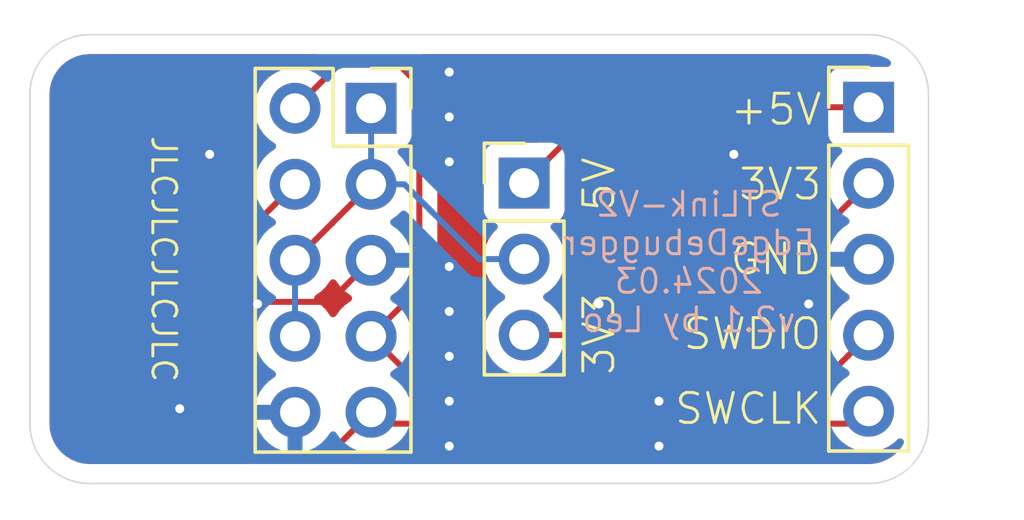
<source format=kicad_pcb>
(kicad_pcb (version 20240108) (generator "pcbnew") (generator_version "8.0")
  (layers (0 "F.Cu" signal) (31 "B.Cu" signal) (34 "B.Paste" user) (35 "F.Paste" user) (36 "B.SilkS" user "B.Silkscreen") (37 "F.SilkS" user "F.Silkscreen") (38 "B.Mask" user) (39 "F.Mask" user) (44 "Edge.Cuts" user))
  (net 0 "")
  (net 1 "/SWDIO")
  (net 2 "GND")
  (net 3 "+3.3V")
  (net 4 "/SWCLK")
  (net 5 "+5V")
  (net 6 "/Boot")
  (footprint "Connector_PinHeader_2.54mm:PinHeader_1x05_P2.54mm_Vertical" (layer "F.Cu") (at 69 49.425)
    (property "Reference" "J3")
    (property "Value" "Conn_STLink2")
    (fp_line (start -1.33 -1.33) (end 0 -1.33) (stroke (width 0.12)) (layer "F.SilkS"))
    (fp_line (start -1.33 0) (end -1.33 -1.33) (stroke (width 0.12)) (layer "F.SilkS"))
    (fp_line (start -1.33 1.27) (end -1.33 11.49) (stroke (width 0.12)) (layer "F.SilkS"))
    (fp_line (start -1.33 1.27) (end 1.33 1.27) (stroke (width 0.12)) (layer "F.SilkS"))
    (fp_line (start -1.33 11.49) (end 1.33 11.49) (stroke (width 0.12)) (layer "F.SilkS"))
    (fp_line (start 1.33 1.27) (end 1.33 11.49) (stroke (width 0.12)) (layer "F.SilkS"))
    (pad "1" thru_hole rect (at 0 0) (size 1.7 1.7) (drill 1) (layers "*.Cu" "*.Mask") (net 5 "+5V"))
    (pad "2" thru_hole oval (at 0 2.54) (size 1.7 1.7) (drill 1) (layers "*.Cu" "*.Mask") (net 3 "+3.3V"))
    (pad "3" thru_hole oval (at 0 5.08) (size 1.7 1.7) (drill 1) (layers "*.Cu" "*.Mask") (net 2 "GND"))
    (pad "4" thru_hole oval (at 0 7.62) (size 1.7 1.7) (drill 1) (layers "*.Cu" "*.Mask") (net 1 "/SWDIO"))
    (pad "5" thru_hole oval (at 0 10.16) (size 1.7 1.7) (drill 1) (layers "*.Cu" "*.Mask") (net 4 "/SWCLK"))
  )
  (footprint "Connector_PinSocket_2.54mm:PinSocket_2x05_P2.54mm_Vertical" (layer "F.Cu") (at 52.39 49.46)
    (property "Reference" "J1")
    (property "Value" "Conn_edge_socket")
    (fp_line (start -3.87 -1.33) (end -3.87 11.49) (stroke (width 0.12)) (layer "F.SilkS"))
    (fp_line (start -3.87 -1.33) (end -1.27 -1.33) (stroke (width 0.12)) (layer "F.SilkS"))
    (fp_line (start -3.87 11.49) (end 1.33 11.49) (stroke (width 0.12)) (layer "F.SilkS"))
    (fp_line (start -1.27 -1.33) (end -1.27 1.27) (stroke (width 0.12)) (layer "F.SilkS"))
    (fp_line (start -1.27 1.27) (end 1.33 1.27) (stroke (width 0.12)) (layer "F.SilkS"))
    (fp_line (start 0 -1.33) (end 1.33 -1.33) (stroke (width 0.12)) (layer "F.SilkS"))
    (fp_line (start 1.33 -1.33) (end 1.33 0) (stroke (width 0.12)) (layer "F.SilkS"))
    (fp_line (start 1.33 1.27) (end 1.33 11.49) (stroke (width 0.12)) (layer "F.SilkS"))
    (pad "1" thru_hole rect (at 0 0) (size 1.7 1.7) (drill 1) (layers "*.Cu" "*.Mask") (net 6 "/Boot"))
    (pad "2" thru_hole oval (at -2.54 0) (size 1.7 1.7) (drill 1) (layers "*.Cu" "*.Mask") (net 1 "/SWDIO"))
    (pad "3" thru_hole oval (at 0 2.54) (size 1.7 1.7) (drill 1) (layers "*.Cu" "*.Mask") (net 6 "/Boot"))
    (pad "4" thru_hole oval (at -2.54 2.54) (size 1.7 1.7) (drill 1) (layers "*.Cu" "*.Mask") (net 4 "/SWCLK"))
    (pad "5" thru_hole oval (at 0 5.08) (size 1.7 1.7) (drill 1) (layers "*.Cu" "*.Mask") (net 2 "GND"))
    (pad "6" thru_hole oval (at -2.54 5.08) (size 1.7 1.7) (drill 1) (layers "*.Cu" "*.Mask") (net 6 "/Boot"))
    (pad "7" thru_hole oval (at 0 7.62) (size 1.7 1.7) (drill 1) (layers "*.Cu" "*.Mask") (net 1 "/SWDIO"))
    (pad "8" thru_hole oval (at -2.54 7.62) (size 1.7 1.7) (drill 1) (layers "*.Cu" "*.Mask") (net 6 "/Boot"))
    (pad "9" thru_hole oval (at 0 10.16) (size 1.7 1.7) (drill 1) (layers "*.Cu" "*.Mask") (net 4 "/SWCLK"))
    (pad "10" thru_hole oval (at -2.54 10.16) (size 1.7 1.7) (drill 1) (layers "*.Cu" "*.Mask") (net 2 "GND"))
  )
  (footprint "Connector_PinHeader_2.54mm:PinHeader_1x03_P2.54mm_Vertical" (layer "F.Cu") (at 57.5 51.96)
    (property "Reference" "SW1")
    (property "Value" "SW_Push_SPDT")
    (fp_line (start -1.33 -1.33) (end 0 -1.33) (stroke (width 0.12)) (layer "F.SilkS"))
    (fp_line (start -1.33 0) (end -1.33 -1.33) (stroke (width 0.12)) (layer "F.SilkS"))
    (fp_line (start -1.33 1.27) (end -1.33 6.41) (stroke (width 0.12)) (layer "F.SilkS"))
    (fp_line (start -1.33 1.27) (end 1.33 1.27) (stroke (width 0.12)) (layer "F.SilkS"))
    (fp_line (start -1.33 6.41) (end 1.33 6.41) (stroke (width 0.12)) (layer "F.SilkS"))
    (fp_line (start 1.33 1.27) (end 1.33 6.41) (stroke (width 0.12)) (layer "F.SilkS"))
    (pad "1" thru_hole rect (at 0 0) (size 1.7 1.7) (drill 1) (layers "*.Cu" "*.Mask") (net 5 "+5V"))
    (pad "2" thru_hole oval (at 0 2.54) (size 1.7 1.7) (drill 1) (layers "*.Cu" "*.Mask") (net 6 "/Boot"))
    (pad "3" thru_hole oval (at 0 5.08) (size 1.7 1.7) (drill 1) (layers "*.Cu" "*.Mask") (net 3 "+3.3V"))
  )
  (gr_arc (start 43 62) (mid 41.585786 61.414214) (end 41 60) (stroke (width 0.05)) (layer "Edge.Cuts"))
  (gr_line (start 71 49) (end 71 60) (stroke (width 0.05)) (layer "Edge.Cuts"))
  (gr_line (start 69 62) (end 43 62) (stroke (width 0.05)) (layer "Edge.Cuts"))
  (gr_arc (start 41 49) (mid 41.585786 47.585786) (end 43 47) (stroke (width 0.05)) (layer "Edge.Cuts"))
  (gr_line (start 41 60) (end 41 49) (stroke (width 0.05)) (layer "Edge.Cuts"))
  (gr_arc (start 69 47) (mid 70.414214 47.585786) (end 71 49) (stroke (width 0.05)) (layer "Edge.Cuts"))
  (gr_line (start 43 47) (end 69 47) (stroke (width 0.05)) (layer "Edge.Cuts"))
  (gr_arc (start 71 60) (mid 70.414214 61.414214) (end 69 62) (stroke (width 0.05)) (layer "Edge.Cuts"))
  (gr_text "STLink-V2\nEdgeDebugger\n2024.03\nv2.1 by Leo" (at 63 57 0) (layer "B.SilkS") (effects (font (size 0.8 0.8) (thickness 0.1)) (justify bottom mirror)))
  (gr_text "3V3" (at 60 57 90) (layer "F.SilkS") (effects (font (size 1 1) (thickness 0.1))))
  (gr_text "+5V" (at 67.5 49.5 0) (layer "F.SilkS") (effects (font (size 1 1) (thickness 0.1)) (justify right)))
  (gr_text "GND" (at 67.5 54.5 0) (layer "F.SilkS") (effects (font (size 1 1) (thickness 0.1)) (justify right)))
  (gr_text "SWDIO" (at 67.5 57 0) (layer "F.SilkS") (effects (font (size 1 1) (thickness 0.1)) (justify right)))
  (gr_text "SWCLK" (at 67.5 59.5 0) (layer "F.SilkS") (effects (font (size 1 1) (thickness 0.1)) (justify right)))
  (gr_text "3V3" (at 67.5 52 0) (layer "F.SilkS") (effects (font (size 1 1) (thickness 0.1)) (justify right)))
  (gr_text "JLCJLCJLCJLC" (at 45 54.5 -90) (layer "F.SilkS") (effects (font (size 0.8 0.8) (thickness 0.1)) (justify bottom)))
  (gr_text "5V" (at 60 52 90) (layer "F.SilkS") (effects (font (size 1 1) (thickness 0.1))))
  (segment (start 53.31 48) (end 54 48.69) (width 0.2) (layer "F.Cu") (net 1))
  (segment (start 54 48.69) (end 54 55.47) (width 0.2) (layer "F.Cu") (net 1))
  (segment (start 53.81 58.5) (end 52.39 57.08) (width 0.2) (layer "F.Cu") (net 1))
  (segment (start 69 57.045) (end 67.545 58.5) (width 0.2) (layer "F.Cu") (net 1))
  (segment (start 67.545 58.5) (end 53.81 58.5) (width 0.2) (layer "F.Cu") (net 1))
  (segment (start 49.85 49.46) (end 51.23 48.08) (width 0.2) (layer "F.Cu") (net 1))
  (segment (start 51.23 48.08) (end 51.23 48) (width 0.2) (layer "F.Cu") (net 1))
  (segment (start 51.23 48) (end 53.31 48) (width 0.2) (layer "F.Cu") (net 1))
  (segment (start 54 55.47) (end 52.39 57.08) (width 0.2) (layer "F.Cu") (net 1))
  (segment (start 52.47 57) (end 52.39 57.08) (width 0.2) (layer "B.Cu") (net 1))
  (segment (start 52.39 54.54) (end 51 55.93) (width 0.2) (layer "F.Cu") (net 2))
  (segment (start 51 55.93) (end 48.67 55.93) (width 0.2) (layer "F.Cu") (net 2))
  (segment (start 48.67 55.93) (end 48.6 56) (width 0.2) (layer "F.Cu") (net 2))
  (via (at 55 49.75) (size 0.6) (drill 0.3) (layers "F.Cu" "B.Cu") (net 2))
  (via (at 64.5 51) (size 0.6) (drill 0.3) (layers "F.Cu" "B.Cu") (net 2))
  (via (at 62 60.75) (size 0.6) (drill 0.3) (layers "F.Cu" "B.Cu") (net 2))
  (via (at 47 51) (size 0.6) (drill 0.3) (layers "F.Cu" "B.Cu") (net 2))
  (via (at 48.6 56) (size 0.6) (drill 0.3) (layers "F.Cu" "B.Cu") (net 2))
  (via (at 62 59.25) (size 0.6) (drill 0.3) (layers "F.Cu" "B.Cu") (net 2))
  (via (at 55 57.75) (size 0.6) (drill 0.3) (layers "F.Cu" "B.Cu") (net 2))
  (via (at 55 51.25) (size 0.6) (drill 0.3) (layers "F.Cu" "B.Cu") (net 2))
  (via (at 60 56) (size 0.6) (drill 0.3) (layers "F.Cu" "B.Cu") (net 2))
  (via (at 55 56.25) (size 0.6) (drill 0.3) (layers "F.Cu" "B.Cu") (net 2))
  (via (at 55 60.75) (size 0.6) (drill 0.3) (layers "F.Cu" "B.Cu") (net 2))
  (via (at 46 59.5) (size 0.6) (drill 0.3) (layers "F.Cu" "B.Cu") (net 2))
  (via (at 55 48.25) (size 0.6) (drill 0.3) (layers "F.Cu" "B.Cu") (net 2))
  (via (at 55 59.25) (size 0.6) (drill 0.3) (layers "F.Cu" "B.Cu") (net 2))
  (via (at 67 56) (size 0.6) (drill 0.3) (layers "F.Cu" "B.Cu") (net 2))
  (via (at 55 54.75) (size 0.6) (drill 0.3) (layers "F.Cu" "B.Cu") (net 2))
  (segment (start 69 51.965) (end 63.925 57.04) (width 0.2) (layer "F.Cu") (net 3))
  (segment (start 63.925 57.04) (end 57.5 57.04) (width 0.2) (layer "F.Cu") (net 3))
  (segment (start 48 53.77) (end 48 60) (width 0.2) (layer "F.Cu") (net 4))
  (segment (start 52.39 59.62) (end 52.77 60) (width 0.2) (layer "F.Cu") (net 4))
  (segment (start 49.85 52) (end 48.08 53.77) (width 0.2) (layer "F.Cu") (net 4))
  (segment (start 68.585 60) (end 69 59.585) (width 0.2) (layer "F.Cu") (net 4))
  (segment (start 49 61) (end 51.01 61) (width 0.2) (layer "F.Cu") (net 4))
  (segment (start 52.77 60) (end 68.585 60) (width 0.2) (layer "F.Cu") (net 4))
  (segment (start 51.01 61) (end 52.39 59.62) (width 0.2) (layer "F.Cu") (net 4))
  (segment (start 48 60) (end 49 61) (width 0.2) (layer "F.Cu") (net 4))
  (segment (start 48.08 53.77) (end 48 53.77) (width 0.2) (layer "F.Cu") (net 4))
  (segment (start 69 49.425) (end 60.035 49.425) (width 0.2) (layer "F.Cu") (net 5))
  (segment (start 60.035 49.425) (end 57.5 51.96) (width 0.2) (layer "F.Cu") (net 5))
  (segment (start 49.85 54.54) (end 51.09 53.3) (width 0.2) (layer "F.Cu") (net 6))
  (segment (start 51.1 53.3) (end 51.1 53.29) (width 0.2) (layer "F.Cu") (net 6))
  (segment (start 51.1 53.29) (end 52.39 52) (width 0.2) (layer "F.Cu") (net 6))
  (segment (start 51.09 53.3) (end 51.1 53.3) (width 0.2) (layer "F.Cu") (net 6))
  (segment (start 56 54.5) (end 57.5 54.5) (width 0.2) (layer "B.Cu") (net 6))
  (segment (start 52.39 52) (end 53.5 52) (width 0.2) (layer "B.Cu") (net 6))
  (segment (start 53.5 52) (end 56 54.5) (width 0.2) (layer "B.Cu") (net 6))
  (segment (start 52.39 49.46) (end 52.39 52) (width 0.2) (layer "B.Cu") (net 6))
  (segment (start 49.85 57.08) (end 49.85 54.54) (width 0.2) (layer "B.Cu") (net 6))
  (zone (net 2) (net_name "GND") (layer "F.Cu") (connect_pads (clearance 0.5)) (min_thickness 0.25) (fill yes (thermal_gap 0.5) (thermal_bridge_width 0.5))
    (polygon (pts (xy 40 46) (xy 40 63) (xy 72 63) (xy 72 46)))
  )
  (zone (net 2) (net_name "GND") (layer "B.Cu") (priority 1) (connect_pads (clearance 0.5)) (min_thickness 0.25) (fill yes (thermal_gap 0.5) (thermal_bridge_width 0.5))
    (polygon (pts (xy 40 46) (xy 40 63) (xy 72 63) (xy 72 46)))
  )
)
</source>
